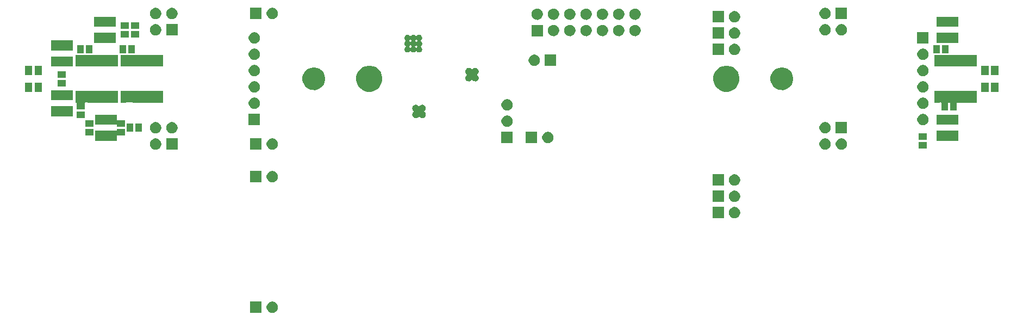
<source format=gbs>
G04 (created by PCBNEW (2013-07-07 BZR 4022)-stable) date 3/1/2014 3:20:10 PM*
%MOIN*%
G04 Gerber Fmt 3.4, Leading zero omitted, Abs format*
%FSLAX34Y34*%
G01*
G70*
G90*
G04 APERTURE LIST*
%ADD10C,0.00590551*%
G04 APERTURE END LIST*
G54D10*
G36*
X830Y14726D02*
X379Y14726D01*
X379Y15297D01*
X830Y15297D01*
X830Y14726D01*
X830Y14726D01*
G37*
G36*
X830Y13696D02*
X379Y13696D01*
X379Y14267D01*
X830Y14267D01*
X830Y13696D01*
X830Y13696D01*
G37*
G36*
X1430Y14726D02*
X979Y14726D01*
X979Y15297D01*
X1430Y15297D01*
X1430Y14726D01*
X1430Y14726D01*
G37*
G36*
X1430Y13696D02*
X979Y13696D01*
X979Y14267D01*
X1430Y14267D01*
X1430Y13696D01*
X1430Y13696D01*
G37*
G36*
X2898Y14566D02*
X2401Y14566D01*
X2401Y14968D01*
X2898Y14968D01*
X2898Y14566D01*
X2898Y14566D01*
G37*
G36*
X2898Y14031D02*
X2401Y14031D01*
X2401Y14433D01*
X2898Y14433D01*
X2898Y14031D01*
X2898Y14031D01*
G37*
G36*
X3311Y16235D02*
X1988Y16235D01*
X1988Y16849D01*
X3311Y16849D01*
X3311Y16235D01*
X3311Y16235D01*
G37*
G36*
X3311Y15250D02*
X1988Y15250D01*
X1988Y15864D01*
X3311Y15864D01*
X3311Y15250D01*
X3311Y15250D01*
G37*
G36*
X3311Y13185D02*
X1988Y13185D01*
X1988Y13799D01*
X3311Y13799D01*
X3311Y13185D01*
X3311Y13185D01*
G37*
G36*
X3311Y12200D02*
X1988Y12200D01*
X1988Y12814D01*
X3311Y12814D01*
X3311Y12200D01*
X3311Y12200D01*
G37*
G36*
X3983Y16051D02*
X3581Y16051D01*
X3581Y16548D01*
X3983Y16548D01*
X3983Y16051D01*
X3983Y16051D01*
G37*
G36*
X4048Y12081D02*
X3551Y12081D01*
X3551Y12483D01*
X4048Y12483D01*
X4048Y12081D01*
X4048Y12081D01*
G37*
G36*
X4518Y16051D02*
X4116Y16051D01*
X4116Y16548D01*
X4518Y16548D01*
X4518Y16051D01*
X4518Y16051D01*
G37*
G36*
X4598Y11566D02*
X4101Y11566D01*
X4101Y11968D01*
X4598Y11968D01*
X4598Y11566D01*
X4598Y11566D01*
G37*
G36*
X4598Y11031D02*
X4101Y11031D01*
X4101Y11433D01*
X4598Y11433D01*
X4598Y11031D01*
X4598Y11031D01*
G37*
G36*
X5961Y17685D02*
X4638Y17685D01*
X4638Y18299D01*
X5961Y18299D01*
X5961Y17685D01*
X5961Y17685D01*
G37*
G36*
X5961Y16700D02*
X4638Y16700D01*
X4638Y17314D01*
X5961Y17314D01*
X5961Y16700D01*
X5961Y16700D01*
G37*
G36*
X6105Y15241D02*
X5890Y15241D01*
X5876Y15241D01*
X5771Y15241D01*
X5757Y15241D01*
X5634Y15241D01*
X5620Y15241D01*
X5515Y15241D01*
X5501Y15241D01*
X5378Y15241D01*
X5364Y15241D01*
X5259Y15241D01*
X5245Y15241D01*
X5122Y15241D01*
X5108Y15241D01*
X5003Y15241D01*
X4989Y15241D01*
X4866Y15241D01*
X4852Y15241D01*
X4747Y15241D01*
X4733Y15241D01*
X4610Y15241D01*
X4596Y15241D01*
X4491Y15241D01*
X4477Y15241D01*
X4354Y15241D01*
X4340Y15241D01*
X4235Y15241D01*
X4221Y15241D01*
X4098Y15241D01*
X4084Y15241D01*
X3979Y15241D01*
X3965Y15241D01*
X3842Y15241D01*
X3828Y15241D01*
X3723Y15241D01*
X3709Y15241D01*
X3494Y15241D01*
X3494Y15962D01*
X3709Y15962D01*
X3723Y15962D01*
X3828Y15962D01*
X3842Y15962D01*
X3965Y15962D01*
X3979Y15962D01*
X4084Y15962D01*
X4098Y15962D01*
X4221Y15962D01*
X4235Y15962D01*
X4340Y15962D01*
X4354Y15962D01*
X4477Y15962D01*
X4491Y15962D01*
X4596Y15962D01*
X4610Y15962D01*
X4733Y15962D01*
X4747Y15962D01*
X4852Y15962D01*
X4866Y15962D01*
X4989Y15962D01*
X5003Y15962D01*
X5108Y15962D01*
X5122Y15962D01*
X5245Y15962D01*
X5259Y15962D01*
X5364Y15962D01*
X5378Y15962D01*
X5501Y15962D01*
X5515Y15962D01*
X5620Y15962D01*
X5634Y15962D01*
X5757Y15962D01*
X5771Y15962D01*
X5876Y15962D01*
X5890Y15962D01*
X6105Y15962D01*
X6105Y15241D01*
X6105Y15241D01*
G37*
G36*
X6105Y13037D02*
X5890Y13037D01*
X5876Y13037D01*
X5771Y13037D01*
X5757Y13037D01*
X5634Y13037D01*
X5620Y13037D01*
X5515Y13037D01*
X5501Y13037D01*
X5378Y13037D01*
X5364Y13037D01*
X5259Y13037D01*
X5245Y13037D01*
X5122Y13037D01*
X5108Y13037D01*
X5003Y13037D01*
X4989Y13037D01*
X4866Y13037D01*
X4852Y13037D01*
X4747Y13037D01*
X4733Y13037D01*
X4610Y13037D01*
X4596Y13037D01*
X4491Y13037D01*
X4477Y13037D01*
X4240Y13037D01*
X4235Y13039D01*
X4221Y13039D01*
X4102Y13039D01*
X4089Y13039D01*
X4088Y13039D01*
X4075Y13039D01*
X4063Y13034D01*
X4053Y13024D01*
X4048Y13012D01*
X4048Y12998D01*
X4048Y12616D01*
X3551Y12616D01*
X3551Y12996D01*
X3551Y13010D01*
X3546Y13022D01*
X3536Y13032D01*
X3524Y13037D01*
X3510Y13037D01*
X3494Y13037D01*
X3494Y13758D01*
X3713Y13758D01*
X3727Y13758D01*
X3732Y13760D01*
X3965Y13760D01*
X3979Y13760D01*
X4088Y13760D01*
X4102Y13760D01*
X4335Y13760D01*
X4340Y13758D01*
X4354Y13758D01*
X4477Y13758D01*
X4491Y13758D01*
X4596Y13758D01*
X4610Y13758D01*
X4733Y13758D01*
X4747Y13758D01*
X4852Y13758D01*
X4866Y13758D01*
X4989Y13758D01*
X5003Y13758D01*
X5108Y13758D01*
X5122Y13758D01*
X5245Y13758D01*
X5259Y13758D01*
X5364Y13758D01*
X5378Y13758D01*
X5501Y13758D01*
X5515Y13758D01*
X5620Y13758D01*
X5634Y13758D01*
X5757Y13758D01*
X5771Y13758D01*
X5876Y13758D01*
X5890Y13758D01*
X6105Y13758D01*
X6105Y13037D01*
X6105Y13037D01*
G37*
G36*
X6523Y11566D02*
X6026Y11566D01*
X6026Y11644D01*
X6026Y11657D01*
X6021Y11670D01*
X6011Y11680D01*
X5999Y11685D01*
X5985Y11685D01*
X4688Y11685D01*
X4688Y12299D01*
X6011Y12299D01*
X6011Y12009D01*
X6011Y11995D01*
X6016Y11983D01*
X6026Y11973D01*
X6038Y11968D01*
X6052Y11968D01*
X6523Y11968D01*
X6523Y11566D01*
X6523Y11566D01*
G37*
G36*
X6523Y11031D02*
X6052Y11031D01*
X6038Y11031D01*
X6026Y11026D01*
X6016Y11016D01*
X6011Y11004D01*
X6011Y10990D01*
X6011Y10700D01*
X4688Y10700D01*
X4688Y11314D01*
X5985Y11314D01*
X5999Y11314D01*
X6011Y11319D01*
X6021Y11329D01*
X6026Y11342D01*
X6026Y11355D01*
X6026Y11433D01*
X6523Y11433D01*
X6523Y11031D01*
X6523Y11031D01*
G37*
G36*
X6583Y16051D02*
X6181Y16051D01*
X6181Y16548D01*
X6583Y16548D01*
X6583Y16051D01*
X6583Y16051D01*
G37*
G36*
X6748Y17566D02*
X6251Y17566D01*
X6251Y17968D01*
X6748Y17968D01*
X6748Y17566D01*
X6748Y17566D01*
G37*
G36*
X6748Y17031D02*
X6251Y17031D01*
X6251Y17433D01*
X6748Y17433D01*
X6748Y17031D01*
X6748Y17031D01*
G37*
G36*
X7033Y11251D02*
X6631Y11251D01*
X6631Y11748D01*
X7033Y11748D01*
X7033Y11251D01*
X7033Y11251D01*
G37*
G36*
X7118Y16051D02*
X6716Y16051D01*
X6716Y16548D01*
X7118Y16548D01*
X7118Y16051D01*
X7118Y16051D01*
G37*
G36*
X7398Y17566D02*
X6901Y17566D01*
X6901Y17968D01*
X7398Y17968D01*
X7398Y17566D01*
X7398Y17566D01*
G37*
G36*
X7398Y17031D02*
X6901Y17031D01*
X6901Y17433D01*
X7398Y17433D01*
X7398Y17031D01*
X7398Y17031D01*
G37*
G36*
X7568Y11251D02*
X7166Y11251D01*
X7166Y11748D01*
X7568Y11748D01*
X7568Y11251D01*
X7568Y11251D01*
G37*
G36*
X8745Y18531D02*
X8744Y18458D01*
X8728Y18388D01*
X8702Y18330D01*
X8660Y18271D01*
X8615Y18228D01*
X8554Y18189D01*
X8495Y18166D01*
X8423Y18153D01*
X8361Y18155D01*
X8290Y18170D01*
X8233Y18195D01*
X8172Y18237D01*
X8129Y18282D01*
X8090Y18343D01*
X8067Y18401D01*
X8054Y18473D01*
X8054Y18535D01*
X8070Y18607D01*
X8094Y18664D01*
X8136Y18725D01*
X8180Y18768D01*
X8242Y18808D01*
X8299Y18831D01*
X8371Y18845D01*
X8433Y18845D01*
X8505Y18830D01*
X8562Y18806D01*
X8623Y18765D01*
X8666Y18721D01*
X8707Y18659D01*
X8731Y18603D01*
X8745Y18531D01*
X8745Y18531D01*
G37*
G36*
X8745Y17531D02*
X8744Y17458D01*
X8728Y17388D01*
X8702Y17330D01*
X8660Y17271D01*
X8615Y17228D01*
X8554Y17189D01*
X8495Y17166D01*
X8423Y17153D01*
X8361Y17155D01*
X8290Y17170D01*
X8233Y17195D01*
X8172Y17237D01*
X8129Y17282D01*
X8090Y17343D01*
X8067Y17401D01*
X8054Y17473D01*
X8054Y17535D01*
X8070Y17607D01*
X8094Y17664D01*
X8136Y17725D01*
X8180Y17768D01*
X8242Y17808D01*
X8299Y17831D01*
X8371Y17845D01*
X8433Y17845D01*
X8505Y17830D01*
X8562Y17806D01*
X8623Y17765D01*
X8666Y17721D01*
X8707Y17659D01*
X8731Y17603D01*
X8745Y17531D01*
X8745Y17531D01*
G37*
G36*
X8745Y11531D02*
X8744Y11458D01*
X8728Y11388D01*
X8702Y11330D01*
X8660Y11271D01*
X8615Y11228D01*
X8554Y11189D01*
X8495Y11166D01*
X8423Y11153D01*
X8361Y11155D01*
X8290Y11170D01*
X8233Y11195D01*
X8172Y11237D01*
X8129Y11282D01*
X8090Y11343D01*
X8067Y11401D01*
X8054Y11473D01*
X8054Y11535D01*
X8070Y11607D01*
X8094Y11664D01*
X8136Y11725D01*
X8180Y11768D01*
X8242Y11808D01*
X8299Y11831D01*
X8371Y11845D01*
X8433Y11845D01*
X8505Y11830D01*
X8562Y11806D01*
X8623Y11765D01*
X8666Y11721D01*
X8707Y11659D01*
X8731Y11603D01*
X8745Y11531D01*
X8745Y11531D01*
G37*
G36*
X8745Y10531D02*
X8744Y10458D01*
X8728Y10388D01*
X8702Y10330D01*
X8660Y10271D01*
X8615Y10228D01*
X8554Y10189D01*
X8495Y10166D01*
X8423Y10153D01*
X8361Y10155D01*
X8290Y10170D01*
X8233Y10195D01*
X8172Y10237D01*
X8129Y10282D01*
X8090Y10343D01*
X8067Y10401D01*
X8054Y10473D01*
X8054Y10535D01*
X8070Y10607D01*
X8094Y10664D01*
X8136Y10725D01*
X8180Y10768D01*
X8242Y10808D01*
X8299Y10831D01*
X8371Y10845D01*
X8433Y10845D01*
X8505Y10830D01*
X8562Y10806D01*
X8623Y10765D01*
X8666Y10721D01*
X8707Y10659D01*
X8731Y10603D01*
X8745Y10531D01*
X8745Y10531D01*
G37*
G36*
X8855Y15241D02*
X8640Y15241D01*
X8626Y15241D01*
X8521Y15241D01*
X8507Y15241D01*
X8384Y15241D01*
X8370Y15241D01*
X8265Y15241D01*
X8251Y15241D01*
X8128Y15241D01*
X8114Y15241D01*
X8009Y15241D01*
X7995Y15241D01*
X7872Y15241D01*
X7858Y15241D01*
X7753Y15241D01*
X7739Y15241D01*
X7616Y15241D01*
X7602Y15241D01*
X7497Y15241D01*
X7483Y15241D01*
X7360Y15241D01*
X7346Y15241D01*
X7241Y15241D01*
X7227Y15241D01*
X7104Y15241D01*
X7090Y15241D01*
X6985Y15241D01*
X6971Y15241D01*
X6848Y15241D01*
X6834Y15241D01*
X6729Y15241D01*
X6715Y15241D01*
X6592Y15241D01*
X6578Y15241D01*
X6473Y15241D01*
X6459Y15241D01*
X6244Y15241D01*
X6244Y15962D01*
X6459Y15962D01*
X6473Y15962D01*
X6578Y15962D01*
X6592Y15962D01*
X6715Y15962D01*
X6729Y15962D01*
X6834Y15962D01*
X6848Y15962D01*
X6971Y15962D01*
X6985Y15962D01*
X7090Y15962D01*
X7104Y15962D01*
X7227Y15962D01*
X7241Y15962D01*
X7346Y15962D01*
X7360Y15962D01*
X7483Y15962D01*
X7497Y15962D01*
X7602Y15962D01*
X7616Y15962D01*
X7739Y15962D01*
X7753Y15962D01*
X7858Y15962D01*
X7872Y15962D01*
X7995Y15962D01*
X8009Y15962D01*
X8114Y15962D01*
X8128Y15962D01*
X8251Y15962D01*
X8265Y15962D01*
X8370Y15962D01*
X8384Y15962D01*
X8507Y15962D01*
X8521Y15962D01*
X8626Y15962D01*
X8640Y15962D01*
X8855Y15962D01*
X8855Y15241D01*
X8855Y15241D01*
G37*
G36*
X8855Y13037D02*
X8640Y13037D01*
X8626Y13037D01*
X8521Y13037D01*
X8507Y13037D01*
X8384Y13037D01*
X8370Y13037D01*
X8265Y13037D01*
X8251Y13037D01*
X8128Y13037D01*
X8114Y13037D01*
X8009Y13037D01*
X7995Y13037D01*
X7872Y13037D01*
X7858Y13037D01*
X7753Y13037D01*
X7739Y13037D01*
X7616Y13037D01*
X7602Y13037D01*
X7497Y13037D01*
X7483Y13037D01*
X7360Y13037D01*
X7346Y13037D01*
X7241Y13037D01*
X7227Y13037D01*
X6990Y13037D01*
X6985Y13039D01*
X6971Y13039D01*
X6852Y13039D01*
X6838Y13039D01*
X6729Y13039D01*
X6715Y13039D01*
X6592Y13039D01*
X6578Y13039D01*
X6573Y13037D01*
X6244Y13037D01*
X6244Y13758D01*
X6463Y13758D01*
X6477Y13758D01*
X6482Y13760D01*
X6715Y13760D01*
X6729Y13760D01*
X6838Y13760D01*
X6852Y13760D01*
X7085Y13760D01*
X7090Y13758D01*
X7104Y13758D01*
X7227Y13758D01*
X7241Y13758D01*
X7346Y13758D01*
X7360Y13758D01*
X7483Y13758D01*
X7497Y13758D01*
X7602Y13758D01*
X7616Y13758D01*
X7739Y13758D01*
X7753Y13758D01*
X7858Y13758D01*
X7872Y13758D01*
X7995Y13758D01*
X8009Y13758D01*
X8114Y13758D01*
X8128Y13758D01*
X8251Y13758D01*
X8265Y13758D01*
X8370Y13758D01*
X8384Y13758D01*
X8507Y13758D01*
X8521Y13758D01*
X8626Y13758D01*
X8640Y13758D01*
X8855Y13758D01*
X8855Y13037D01*
X8855Y13037D01*
G37*
G36*
X9745Y18531D02*
X9744Y18458D01*
X9728Y18388D01*
X9702Y18330D01*
X9660Y18271D01*
X9615Y18228D01*
X9554Y18189D01*
X9495Y18166D01*
X9423Y18153D01*
X9361Y18155D01*
X9290Y18170D01*
X9233Y18195D01*
X9172Y18237D01*
X9129Y18282D01*
X9090Y18343D01*
X9067Y18401D01*
X9054Y18473D01*
X9054Y18535D01*
X9070Y18607D01*
X9094Y18664D01*
X9136Y18725D01*
X9180Y18768D01*
X9242Y18808D01*
X9299Y18831D01*
X9371Y18845D01*
X9433Y18845D01*
X9505Y18830D01*
X9562Y18806D01*
X9623Y18765D01*
X9666Y18721D01*
X9707Y18659D01*
X9731Y18603D01*
X9745Y18531D01*
X9745Y18531D01*
G37*
G36*
X9745Y11531D02*
X9744Y11458D01*
X9728Y11388D01*
X9702Y11330D01*
X9660Y11271D01*
X9615Y11228D01*
X9554Y11189D01*
X9495Y11166D01*
X9423Y11153D01*
X9361Y11155D01*
X9290Y11170D01*
X9233Y11195D01*
X9172Y11237D01*
X9129Y11282D01*
X9090Y11343D01*
X9067Y11401D01*
X9054Y11473D01*
X9054Y11535D01*
X9070Y11607D01*
X9094Y11664D01*
X9136Y11725D01*
X9180Y11768D01*
X9242Y11808D01*
X9299Y11831D01*
X9371Y11845D01*
X9433Y11845D01*
X9505Y11830D01*
X9562Y11806D01*
X9623Y11765D01*
X9666Y11721D01*
X9707Y11659D01*
X9731Y11603D01*
X9745Y11531D01*
X9745Y11531D01*
G37*
G36*
X9745Y17154D02*
X9054Y17154D01*
X9054Y17845D01*
X9745Y17845D01*
X9745Y17154D01*
X9745Y17154D01*
G37*
G36*
X9745Y10154D02*
X9054Y10154D01*
X9054Y10845D01*
X9745Y10845D01*
X9745Y10154D01*
X9745Y10154D01*
G37*
G36*
X14795Y17031D02*
X14794Y16958D01*
X14778Y16888D01*
X14752Y16830D01*
X14710Y16771D01*
X14665Y16728D01*
X14604Y16689D01*
X14545Y16666D01*
X14473Y16653D01*
X14411Y16655D01*
X14340Y16670D01*
X14283Y16695D01*
X14222Y16737D01*
X14179Y16782D01*
X14140Y16843D01*
X14117Y16901D01*
X14104Y16973D01*
X14104Y17035D01*
X14120Y17107D01*
X14144Y17164D01*
X14186Y17225D01*
X14230Y17268D01*
X14292Y17308D01*
X14349Y17331D01*
X14421Y17345D01*
X14483Y17345D01*
X14555Y17330D01*
X14612Y17306D01*
X14673Y17265D01*
X14716Y17221D01*
X14757Y17159D01*
X14781Y17103D01*
X14795Y17031D01*
X14795Y17031D01*
G37*
G36*
X14795Y16031D02*
X14794Y15958D01*
X14778Y15888D01*
X14752Y15830D01*
X14710Y15771D01*
X14665Y15728D01*
X14604Y15689D01*
X14545Y15666D01*
X14473Y15653D01*
X14411Y15655D01*
X14340Y15670D01*
X14283Y15695D01*
X14222Y15737D01*
X14179Y15782D01*
X14140Y15843D01*
X14117Y15901D01*
X14104Y15973D01*
X14104Y16035D01*
X14120Y16107D01*
X14144Y16164D01*
X14186Y16225D01*
X14230Y16268D01*
X14292Y16308D01*
X14349Y16331D01*
X14421Y16345D01*
X14483Y16345D01*
X14555Y16330D01*
X14612Y16306D01*
X14673Y16265D01*
X14716Y16221D01*
X14757Y16159D01*
X14781Y16103D01*
X14795Y16031D01*
X14795Y16031D01*
G37*
G36*
X14795Y15031D02*
X14794Y14958D01*
X14778Y14888D01*
X14752Y14830D01*
X14710Y14771D01*
X14665Y14728D01*
X14604Y14689D01*
X14545Y14666D01*
X14473Y14653D01*
X14411Y14655D01*
X14340Y14670D01*
X14283Y14695D01*
X14222Y14737D01*
X14179Y14782D01*
X14140Y14843D01*
X14117Y14901D01*
X14104Y14973D01*
X14104Y15035D01*
X14120Y15107D01*
X14144Y15164D01*
X14186Y15225D01*
X14230Y15268D01*
X14292Y15308D01*
X14349Y15331D01*
X14421Y15345D01*
X14483Y15345D01*
X14555Y15330D01*
X14612Y15306D01*
X14673Y15265D01*
X14716Y15221D01*
X14757Y15159D01*
X14781Y15103D01*
X14795Y15031D01*
X14795Y15031D01*
G37*
G36*
X14795Y14031D02*
X14794Y13958D01*
X14778Y13888D01*
X14752Y13830D01*
X14710Y13771D01*
X14665Y13728D01*
X14604Y13689D01*
X14545Y13666D01*
X14473Y13653D01*
X14411Y13655D01*
X14340Y13670D01*
X14283Y13695D01*
X14222Y13737D01*
X14179Y13782D01*
X14140Y13843D01*
X14117Y13901D01*
X14104Y13973D01*
X14104Y14035D01*
X14120Y14107D01*
X14144Y14164D01*
X14186Y14225D01*
X14230Y14268D01*
X14292Y14308D01*
X14349Y14331D01*
X14421Y14345D01*
X14483Y14345D01*
X14555Y14330D01*
X14612Y14306D01*
X14673Y14265D01*
X14716Y14221D01*
X14757Y14159D01*
X14781Y14103D01*
X14795Y14031D01*
X14795Y14031D01*
G37*
G36*
X14795Y13031D02*
X14794Y12958D01*
X14778Y12888D01*
X14752Y12830D01*
X14710Y12771D01*
X14665Y12728D01*
X14604Y12689D01*
X14545Y12666D01*
X14473Y12653D01*
X14411Y12655D01*
X14340Y12670D01*
X14283Y12695D01*
X14222Y12737D01*
X14179Y12782D01*
X14140Y12843D01*
X14117Y12901D01*
X14104Y12973D01*
X14104Y13035D01*
X14120Y13107D01*
X14144Y13164D01*
X14186Y13225D01*
X14230Y13268D01*
X14292Y13308D01*
X14349Y13331D01*
X14421Y13345D01*
X14483Y13345D01*
X14555Y13330D01*
X14612Y13306D01*
X14673Y13265D01*
X14716Y13221D01*
X14757Y13159D01*
X14781Y13103D01*
X14795Y13031D01*
X14795Y13031D01*
G37*
G36*
X14795Y11654D02*
X14104Y11654D01*
X14104Y12345D01*
X14795Y12345D01*
X14795Y11654D01*
X14795Y11654D01*
G37*
G36*
X14895Y18154D02*
X14204Y18154D01*
X14204Y18845D01*
X14895Y18845D01*
X14895Y18154D01*
X14895Y18154D01*
G37*
G36*
X14895Y10154D02*
X14204Y10154D01*
X14204Y10845D01*
X14895Y10845D01*
X14895Y10154D01*
X14895Y10154D01*
G37*
G36*
X14895Y8154D02*
X14204Y8154D01*
X14204Y8845D01*
X14895Y8845D01*
X14895Y8154D01*
X14895Y8154D01*
G37*
G36*
X14895Y154D02*
X14204Y154D01*
X14204Y845D01*
X14895Y845D01*
X14895Y154D01*
X14895Y154D01*
G37*
G36*
X15895Y18531D02*
X15894Y18458D01*
X15878Y18388D01*
X15852Y18330D01*
X15810Y18271D01*
X15765Y18228D01*
X15704Y18189D01*
X15645Y18166D01*
X15573Y18153D01*
X15511Y18155D01*
X15440Y18170D01*
X15383Y18195D01*
X15322Y18237D01*
X15279Y18282D01*
X15240Y18343D01*
X15217Y18401D01*
X15204Y18473D01*
X15204Y18535D01*
X15220Y18607D01*
X15244Y18664D01*
X15286Y18725D01*
X15330Y18768D01*
X15392Y18808D01*
X15449Y18831D01*
X15521Y18845D01*
X15583Y18845D01*
X15655Y18830D01*
X15712Y18806D01*
X15773Y18765D01*
X15816Y18721D01*
X15857Y18659D01*
X15881Y18603D01*
X15895Y18531D01*
X15895Y18531D01*
G37*
G36*
X15895Y10531D02*
X15894Y10458D01*
X15878Y10388D01*
X15852Y10330D01*
X15810Y10271D01*
X15765Y10228D01*
X15704Y10189D01*
X15645Y10166D01*
X15573Y10153D01*
X15511Y10155D01*
X15440Y10170D01*
X15383Y10195D01*
X15322Y10237D01*
X15279Y10282D01*
X15240Y10343D01*
X15217Y10401D01*
X15204Y10473D01*
X15204Y10535D01*
X15220Y10607D01*
X15244Y10664D01*
X15286Y10725D01*
X15330Y10768D01*
X15392Y10808D01*
X15449Y10831D01*
X15521Y10845D01*
X15583Y10845D01*
X15655Y10830D01*
X15712Y10806D01*
X15773Y10765D01*
X15816Y10721D01*
X15857Y10659D01*
X15881Y10603D01*
X15895Y10531D01*
X15895Y10531D01*
G37*
G36*
X15895Y8531D02*
X15894Y8458D01*
X15878Y8388D01*
X15852Y8330D01*
X15810Y8271D01*
X15765Y8228D01*
X15704Y8189D01*
X15645Y8166D01*
X15573Y8153D01*
X15511Y8155D01*
X15440Y8170D01*
X15383Y8195D01*
X15322Y8237D01*
X15279Y8282D01*
X15240Y8343D01*
X15217Y8401D01*
X15204Y8473D01*
X15204Y8535D01*
X15220Y8607D01*
X15244Y8664D01*
X15286Y8725D01*
X15330Y8768D01*
X15392Y8808D01*
X15449Y8831D01*
X15521Y8845D01*
X15583Y8845D01*
X15655Y8830D01*
X15712Y8806D01*
X15773Y8765D01*
X15816Y8721D01*
X15857Y8659D01*
X15881Y8603D01*
X15895Y8531D01*
X15895Y8531D01*
G37*
G36*
X15895Y531D02*
X15894Y458D01*
X15878Y388D01*
X15852Y330D01*
X15810Y271D01*
X15765Y228D01*
X15704Y189D01*
X15645Y166D01*
X15573Y153D01*
X15511Y155D01*
X15440Y170D01*
X15383Y195D01*
X15322Y237D01*
X15279Y282D01*
X15240Y343D01*
X15217Y401D01*
X15204Y473D01*
X15204Y535D01*
X15220Y607D01*
X15244Y664D01*
X15286Y725D01*
X15330Y768D01*
X15392Y808D01*
X15449Y831D01*
X15521Y845D01*
X15583Y845D01*
X15655Y830D01*
X15712Y806D01*
X15773Y765D01*
X15816Y721D01*
X15857Y659D01*
X15881Y603D01*
X15895Y531D01*
X15895Y531D01*
G37*
G36*
X18795Y14565D02*
X18793Y14414D01*
X18762Y14277D01*
X18708Y14157D01*
X18627Y14041D01*
X18532Y13951D01*
X18412Y13875D01*
X18290Y13827D01*
X18150Y13803D01*
X18019Y13805D01*
X17881Y13836D01*
X17761Y13888D01*
X17645Y13969D01*
X17554Y14063D01*
X17477Y14183D01*
X17429Y14304D01*
X17403Y14444D01*
X17405Y14574D01*
X17434Y14714D01*
X17486Y14833D01*
X17566Y14951D01*
X17659Y15042D01*
X17779Y15120D01*
X17899Y15169D01*
X18039Y15196D01*
X18169Y15195D01*
X18309Y15166D01*
X18429Y15116D01*
X18547Y15036D01*
X18639Y14944D01*
X18718Y14825D01*
X18767Y14705D01*
X18795Y14565D01*
X18795Y14565D01*
G37*
G36*
X22300Y14575D02*
X22298Y14401D01*
X22262Y14243D01*
X22200Y14105D01*
X22107Y13972D01*
X21997Y13867D01*
X21860Y13781D01*
X21718Y13726D01*
X21558Y13698D01*
X21407Y13701D01*
X21248Y13736D01*
X21110Y13796D01*
X20976Y13889D01*
X20871Y13998D01*
X20783Y14134D01*
X20727Y14275D01*
X20698Y14435D01*
X20700Y14586D01*
X20734Y14746D01*
X20793Y14884D01*
X20885Y15019D01*
X20993Y15124D01*
X21130Y15214D01*
X21269Y15270D01*
X21430Y15301D01*
X21580Y15300D01*
X21740Y15267D01*
X21879Y15208D01*
X22015Y15117D01*
X22121Y15010D01*
X22211Y14874D01*
X22268Y14735D01*
X22300Y14575D01*
X22300Y14575D01*
G37*
G36*
X24742Y16311D02*
X24742Y16274D01*
X24733Y16233D01*
X24720Y16204D01*
X24695Y16170D01*
X24672Y16148D01*
X24637Y16125D01*
X24607Y16114D01*
X24566Y16106D01*
X24534Y16107D01*
X24493Y16116D01*
X24464Y16129D01*
X24452Y16137D01*
X24452Y16466D01*
X24452Y16479D01*
X24452Y16820D01*
X24452Y16834D01*
X24447Y16846D01*
X24437Y16856D01*
X24429Y16862D01*
X24407Y16884D01*
X24405Y16887D01*
X24396Y16897D01*
X24383Y16902D01*
X24369Y16902D01*
X24357Y16897D01*
X24347Y16887D01*
X24341Y16878D01*
X24318Y16856D01*
X24317Y16855D01*
X24307Y16846D01*
X24302Y16833D01*
X24302Y16820D01*
X24307Y16807D01*
X24317Y16797D01*
X24323Y16793D01*
X24344Y16772D01*
X24348Y16766D01*
X24357Y16757D01*
X24370Y16752D01*
X24384Y16752D01*
X24396Y16757D01*
X24406Y16766D01*
X24411Y16774D01*
X24433Y16795D01*
X24437Y16798D01*
X24447Y16807D01*
X24452Y16820D01*
X24452Y16479D01*
X24447Y16492D01*
X24437Y16502D01*
X24429Y16507D01*
X24407Y16530D01*
X24405Y16533D01*
X24396Y16542D01*
X24383Y16547D01*
X24369Y16547D01*
X24357Y16542D01*
X24347Y16533D01*
X24341Y16524D01*
X24318Y16502D01*
X24317Y16501D01*
X24307Y16491D01*
X24302Y16479D01*
X24302Y16465D01*
X24307Y16453D01*
X24317Y16443D01*
X24323Y16439D01*
X24344Y16417D01*
X24348Y16412D01*
X24357Y16402D01*
X24370Y16397D01*
X24384Y16397D01*
X24396Y16402D01*
X24406Y16412D01*
X24411Y16419D01*
X24433Y16441D01*
X24437Y16443D01*
X24447Y16453D01*
X24452Y16466D01*
X24452Y16137D01*
X24437Y16147D01*
X24429Y16153D01*
X24407Y16175D01*
X24405Y16178D01*
X24396Y16188D01*
X24383Y16193D01*
X24369Y16193D01*
X24357Y16188D01*
X24347Y16178D01*
X24341Y16170D01*
X24318Y16148D01*
X24282Y16125D01*
X24253Y16114D01*
X24211Y16106D01*
X24180Y16107D01*
X24138Y16116D01*
X24110Y16129D01*
X24097Y16137D01*
X24097Y16466D01*
X24097Y16479D01*
X24097Y16820D01*
X24097Y16834D01*
X24092Y16846D01*
X24083Y16856D01*
X24075Y16862D01*
X24053Y16884D01*
X24051Y16887D01*
X24041Y16897D01*
X24029Y16902D01*
X24015Y16902D01*
X24003Y16897D01*
X23993Y16887D01*
X23987Y16878D01*
X23964Y16856D01*
X23963Y16855D01*
X23953Y16846D01*
X23948Y16833D01*
X23948Y16820D01*
X23953Y16807D01*
X23963Y16797D01*
X23968Y16793D01*
X23990Y16772D01*
X23993Y16766D01*
X24003Y16757D01*
X24016Y16752D01*
X24029Y16752D01*
X24042Y16757D01*
X24052Y16766D01*
X24056Y16774D01*
X24078Y16795D01*
X24083Y16798D01*
X24092Y16807D01*
X24097Y16820D01*
X24097Y16479D01*
X24092Y16492D01*
X24083Y16502D01*
X24075Y16507D01*
X24053Y16530D01*
X24051Y16533D01*
X24041Y16542D01*
X24029Y16547D01*
X24015Y16547D01*
X24003Y16542D01*
X23993Y16533D01*
X23987Y16524D01*
X23964Y16502D01*
X23963Y16501D01*
X23953Y16491D01*
X23948Y16479D01*
X23948Y16465D01*
X23953Y16453D01*
X23963Y16443D01*
X23968Y16439D01*
X23990Y16417D01*
X23993Y16412D01*
X24003Y16402D01*
X24016Y16397D01*
X24029Y16397D01*
X24042Y16402D01*
X24052Y16412D01*
X24056Y16419D01*
X24078Y16441D01*
X24083Y16443D01*
X24092Y16453D01*
X24097Y16466D01*
X24097Y16137D01*
X24083Y16147D01*
X24075Y16153D01*
X24053Y16175D01*
X24051Y16178D01*
X24041Y16188D01*
X24029Y16193D01*
X24015Y16193D01*
X24003Y16188D01*
X23993Y16178D01*
X23987Y16170D01*
X23964Y16148D01*
X23928Y16125D01*
X23899Y16114D01*
X23857Y16106D01*
X23825Y16107D01*
X23784Y16116D01*
X23755Y16129D01*
X23720Y16153D01*
X23699Y16175D01*
X23675Y16211D01*
X23664Y16240D01*
X23656Y16282D01*
X23657Y16313D01*
X23666Y16355D01*
X23678Y16384D01*
X23702Y16419D01*
X23724Y16441D01*
X23728Y16443D01*
X23738Y16453D01*
X23743Y16466D01*
X23743Y16479D01*
X23738Y16492D01*
X23728Y16502D01*
X23720Y16507D01*
X23699Y16530D01*
X23675Y16566D01*
X23664Y16595D01*
X23656Y16637D01*
X23657Y16668D01*
X23666Y16710D01*
X23678Y16738D01*
X23702Y16774D01*
X23724Y16795D01*
X23728Y16798D01*
X23738Y16807D01*
X23743Y16820D01*
X23743Y16834D01*
X23738Y16846D01*
X23728Y16856D01*
X23720Y16862D01*
X23699Y16884D01*
X23675Y16920D01*
X23664Y16949D01*
X23656Y16991D01*
X23657Y17022D01*
X23666Y17064D01*
X23678Y17092D01*
X23702Y17128D01*
X23724Y17149D01*
X23760Y17173D01*
X23789Y17185D01*
X23831Y17193D01*
X23862Y17192D01*
X23904Y17184D01*
X23932Y17172D01*
X23968Y17148D01*
X23990Y17126D01*
X23993Y17121D01*
X24003Y17111D01*
X24016Y17106D01*
X24029Y17106D01*
X24042Y17111D01*
X24052Y17121D01*
X24056Y17128D01*
X24078Y17149D01*
X24115Y17173D01*
X24143Y17185D01*
X24186Y17193D01*
X24216Y17192D01*
X24259Y17184D01*
X24287Y17172D01*
X24323Y17148D01*
X24344Y17126D01*
X24348Y17121D01*
X24357Y17111D01*
X24370Y17106D01*
X24384Y17106D01*
X24396Y17111D01*
X24406Y17121D01*
X24411Y17128D01*
X24433Y17149D01*
X24469Y17173D01*
X24497Y17185D01*
X24540Y17193D01*
X24570Y17192D01*
X24613Y17184D01*
X24641Y17172D01*
X24677Y17148D01*
X24698Y17126D01*
X24723Y17090D01*
X24734Y17062D01*
X24742Y17020D01*
X24742Y16983D01*
X24733Y16942D01*
X24720Y16913D01*
X24695Y16878D01*
X24672Y16856D01*
X24671Y16855D01*
X24662Y16846D01*
X24656Y16833D01*
X24656Y16820D01*
X24662Y16807D01*
X24671Y16797D01*
X24677Y16793D01*
X24698Y16772D01*
X24723Y16735D01*
X24734Y16707D01*
X24742Y16665D01*
X24742Y16628D01*
X24733Y16587D01*
X24720Y16558D01*
X24695Y16524D01*
X24672Y16502D01*
X24671Y16501D01*
X24662Y16491D01*
X24656Y16479D01*
X24656Y16465D01*
X24662Y16453D01*
X24671Y16443D01*
X24677Y16439D01*
X24698Y16417D01*
X24723Y16381D01*
X24734Y16353D01*
X24742Y16311D01*
X24742Y16311D01*
G37*
G36*
X24962Y12321D02*
X24961Y12278D01*
X24951Y12232D01*
X24936Y12198D01*
X24908Y12159D01*
X24882Y12134D01*
X24842Y12108D01*
X24807Y12095D01*
X24760Y12087D01*
X24723Y12088D01*
X24677Y12098D01*
X24643Y12112D01*
X24604Y12140D01*
X24579Y12166D01*
X24578Y12167D01*
X24568Y12176D01*
X24556Y12182D01*
X24542Y12182D01*
X24530Y12176D01*
X24520Y12167D01*
X24515Y12159D01*
X24488Y12134D01*
X24448Y12108D01*
X24413Y12095D01*
X24367Y12087D01*
X24330Y12088D01*
X24283Y12098D01*
X24250Y12112D01*
X24210Y12140D01*
X24185Y12166D01*
X24159Y12206D01*
X24145Y12240D01*
X24137Y12287D01*
X24137Y12324D01*
X24147Y12371D01*
X24162Y12404D01*
X24189Y12444D01*
X24215Y12469D01*
X24217Y12471D01*
X24226Y12480D01*
X24232Y12493D01*
X24232Y12507D01*
X24226Y12519D01*
X24217Y12529D01*
X24210Y12533D01*
X24185Y12560D01*
X24159Y12600D01*
X24145Y12634D01*
X24137Y12681D01*
X24137Y12718D01*
X24147Y12765D01*
X24162Y12798D01*
X24189Y12838D01*
X24215Y12863D01*
X24255Y12890D01*
X24289Y12903D01*
X24336Y12912D01*
X24372Y12912D01*
X24420Y12902D01*
X24453Y12888D01*
X24493Y12861D01*
X24518Y12836D01*
X24521Y12832D01*
X24530Y12823D01*
X24543Y12817D01*
X24556Y12817D01*
X24569Y12823D01*
X24579Y12832D01*
X24583Y12838D01*
X24608Y12863D01*
X24649Y12890D01*
X24682Y12903D01*
X24730Y12912D01*
X24766Y12912D01*
X24813Y12902D01*
X24846Y12888D01*
X24887Y12861D01*
X24912Y12836D01*
X24939Y12795D01*
X24953Y12762D01*
X24962Y12715D01*
X24961Y12672D01*
X24951Y12626D01*
X24936Y12592D01*
X24908Y12553D01*
X24882Y12528D01*
X24873Y12519D01*
X24868Y12506D01*
X24868Y12492D01*
X24873Y12480D01*
X24882Y12470D01*
X24887Y12467D01*
X24912Y12442D01*
X24939Y12401D01*
X24953Y12368D01*
X24962Y12321D01*
X24962Y12321D01*
G37*
G36*
X28212Y14571D02*
X28211Y14528D01*
X28201Y14482D01*
X28186Y14448D01*
X28158Y14409D01*
X28132Y14384D01*
X28092Y14358D01*
X28057Y14345D01*
X28010Y14337D01*
X27973Y14338D01*
X27927Y14348D01*
X27893Y14362D01*
X27854Y14390D01*
X27829Y14416D01*
X27828Y14417D01*
X27818Y14426D01*
X27806Y14432D01*
X27792Y14432D01*
X27780Y14426D01*
X27770Y14417D01*
X27765Y14409D01*
X27738Y14384D01*
X27698Y14358D01*
X27663Y14345D01*
X27617Y14337D01*
X27580Y14338D01*
X27533Y14348D01*
X27500Y14362D01*
X27460Y14390D01*
X27435Y14416D01*
X27409Y14456D01*
X27395Y14490D01*
X27387Y14537D01*
X27387Y14574D01*
X27397Y14621D01*
X27412Y14654D01*
X27439Y14694D01*
X27465Y14719D01*
X27467Y14721D01*
X27476Y14730D01*
X27482Y14743D01*
X27482Y14757D01*
X27476Y14769D01*
X27467Y14779D01*
X27460Y14783D01*
X27435Y14810D01*
X27409Y14850D01*
X27395Y14884D01*
X27387Y14931D01*
X27387Y14968D01*
X27397Y15015D01*
X27412Y15048D01*
X27439Y15088D01*
X27465Y15113D01*
X27505Y15140D01*
X27539Y15153D01*
X27586Y15162D01*
X27622Y15162D01*
X27670Y15152D01*
X27703Y15138D01*
X27743Y15111D01*
X27768Y15086D01*
X27771Y15082D01*
X27780Y15073D01*
X27793Y15067D01*
X27806Y15067D01*
X27819Y15073D01*
X27829Y15082D01*
X27833Y15088D01*
X27858Y15113D01*
X27899Y15140D01*
X27932Y15153D01*
X27980Y15162D01*
X28016Y15162D01*
X28063Y15152D01*
X28096Y15138D01*
X28137Y15111D01*
X28162Y15086D01*
X28189Y15045D01*
X28203Y15012D01*
X28212Y14965D01*
X28211Y14922D01*
X28201Y14876D01*
X28186Y14842D01*
X28158Y14803D01*
X28132Y14778D01*
X28123Y14769D01*
X28118Y14756D01*
X28118Y14742D01*
X28123Y14730D01*
X28132Y14720D01*
X28137Y14717D01*
X28162Y14692D01*
X28189Y14651D01*
X28203Y14618D01*
X28212Y14571D01*
X28212Y14571D01*
G37*
G36*
X30295Y12931D02*
X30294Y12858D01*
X30278Y12788D01*
X30252Y12730D01*
X30210Y12671D01*
X30165Y12628D01*
X30104Y12589D01*
X30045Y12566D01*
X29973Y12553D01*
X29911Y12555D01*
X29840Y12570D01*
X29783Y12595D01*
X29722Y12637D01*
X29679Y12682D01*
X29640Y12743D01*
X29617Y12801D01*
X29604Y12873D01*
X29604Y12935D01*
X29620Y13007D01*
X29644Y13064D01*
X29686Y13125D01*
X29730Y13168D01*
X29792Y13208D01*
X29849Y13231D01*
X29921Y13245D01*
X29983Y13245D01*
X30055Y13230D01*
X30112Y13206D01*
X30173Y13165D01*
X30216Y13121D01*
X30257Y13059D01*
X30281Y13003D01*
X30295Y12931D01*
X30295Y12931D01*
G37*
G36*
X30295Y11931D02*
X30294Y11858D01*
X30278Y11788D01*
X30252Y11730D01*
X30210Y11671D01*
X30165Y11628D01*
X30104Y11589D01*
X30045Y11566D01*
X29973Y11553D01*
X29911Y11555D01*
X29840Y11570D01*
X29783Y11595D01*
X29722Y11637D01*
X29679Y11682D01*
X29640Y11743D01*
X29617Y11801D01*
X29604Y11873D01*
X29604Y11935D01*
X29620Y12007D01*
X29644Y12064D01*
X29686Y12125D01*
X29730Y12168D01*
X29792Y12208D01*
X29849Y12231D01*
X29921Y12245D01*
X29983Y12245D01*
X30055Y12230D01*
X30112Y12206D01*
X30173Y12165D01*
X30216Y12121D01*
X30257Y12059D01*
X30281Y12003D01*
X30295Y11931D01*
X30295Y11931D01*
G37*
G36*
X30295Y10554D02*
X29604Y10554D01*
X29604Y11245D01*
X30295Y11245D01*
X30295Y10554D01*
X30295Y10554D01*
G37*
G36*
X31795Y10554D02*
X31104Y10554D01*
X31104Y11245D01*
X31795Y11245D01*
X31795Y10554D01*
X31795Y10554D01*
G37*
G36*
X31961Y15659D02*
X31960Y15587D01*
X31944Y15516D01*
X31919Y15459D01*
X31877Y15399D01*
X31831Y15356D01*
X31770Y15317D01*
X31711Y15294D01*
X31640Y15282D01*
X31577Y15283D01*
X31506Y15299D01*
X31449Y15324D01*
X31389Y15365D01*
X31345Y15410D01*
X31306Y15472D01*
X31283Y15529D01*
X31270Y15602D01*
X31271Y15664D01*
X31286Y15736D01*
X31310Y15792D01*
X31352Y15853D01*
X31396Y15896D01*
X31458Y15937D01*
X31515Y15960D01*
X31587Y15974D01*
X31649Y15973D01*
X31721Y15958D01*
X31778Y15935D01*
X31839Y15893D01*
X31882Y15850D01*
X31924Y15788D01*
X31947Y15731D01*
X31961Y15659D01*
X31961Y15659D01*
G37*
G36*
X32145Y18481D02*
X32144Y18408D01*
X32128Y18338D01*
X32102Y18280D01*
X32060Y18221D01*
X32015Y18178D01*
X31954Y18139D01*
X31895Y18116D01*
X31823Y18103D01*
X31761Y18105D01*
X31690Y18120D01*
X31633Y18145D01*
X31572Y18187D01*
X31529Y18232D01*
X31490Y18293D01*
X31467Y18351D01*
X31454Y18423D01*
X31454Y18485D01*
X31470Y18557D01*
X31494Y18614D01*
X31536Y18675D01*
X31580Y18718D01*
X31642Y18758D01*
X31699Y18781D01*
X31771Y18795D01*
X31833Y18795D01*
X31905Y18780D01*
X31962Y18756D01*
X32023Y18715D01*
X32066Y18671D01*
X32107Y18609D01*
X32131Y18553D01*
X32145Y18481D01*
X32145Y18481D01*
G37*
G36*
X32145Y17104D02*
X31454Y17104D01*
X31454Y17795D01*
X32145Y17795D01*
X32145Y17104D01*
X32145Y17104D01*
G37*
G36*
X32795Y10931D02*
X32794Y10858D01*
X32778Y10788D01*
X32752Y10730D01*
X32710Y10671D01*
X32665Y10628D01*
X32604Y10589D01*
X32545Y10566D01*
X32473Y10553D01*
X32411Y10555D01*
X32340Y10570D01*
X32283Y10595D01*
X32222Y10637D01*
X32179Y10682D01*
X32140Y10743D01*
X32117Y10801D01*
X32104Y10873D01*
X32104Y10935D01*
X32120Y11007D01*
X32144Y11064D01*
X32186Y11125D01*
X32230Y11168D01*
X32292Y11208D01*
X32349Y11231D01*
X32421Y11245D01*
X32483Y11245D01*
X32555Y11230D01*
X32612Y11206D01*
X32673Y11165D01*
X32716Y11121D01*
X32757Y11059D01*
X32781Y11003D01*
X32795Y10931D01*
X32795Y10931D01*
G37*
G36*
X32961Y15282D02*
X32270Y15282D01*
X32270Y15974D01*
X32961Y15974D01*
X32961Y15282D01*
X32961Y15282D01*
G37*
G36*
X33145Y18481D02*
X33144Y18408D01*
X33128Y18338D01*
X33102Y18280D01*
X33060Y18221D01*
X33015Y18178D01*
X32954Y18139D01*
X32895Y18116D01*
X32823Y18103D01*
X32761Y18105D01*
X32690Y18120D01*
X32633Y18145D01*
X32572Y18187D01*
X32529Y18232D01*
X32490Y18293D01*
X32467Y18351D01*
X32454Y18423D01*
X32454Y18485D01*
X32470Y18557D01*
X32494Y18614D01*
X32536Y18675D01*
X32580Y18718D01*
X32642Y18758D01*
X32699Y18781D01*
X32771Y18795D01*
X32833Y18795D01*
X32905Y18780D01*
X32962Y18756D01*
X33023Y18715D01*
X33066Y18671D01*
X33107Y18609D01*
X33131Y18553D01*
X33145Y18481D01*
X33145Y18481D01*
G37*
G36*
X33145Y17481D02*
X33144Y17408D01*
X33128Y17338D01*
X33102Y17280D01*
X33060Y17221D01*
X33015Y17178D01*
X32954Y17139D01*
X32895Y17116D01*
X32823Y17103D01*
X32761Y17105D01*
X32690Y17120D01*
X32633Y17145D01*
X32572Y17187D01*
X32529Y17232D01*
X32490Y17293D01*
X32467Y17351D01*
X32454Y17423D01*
X32454Y17485D01*
X32470Y17557D01*
X32494Y17614D01*
X32536Y17675D01*
X32580Y17718D01*
X32642Y17758D01*
X32699Y17781D01*
X32771Y17795D01*
X32833Y17795D01*
X32905Y17780D01*
X32962Y17756D01*
X33023Y17715D01*
X33066Y17671D01*
X33107Y17609D01*
X33131Y17553D01*
X33145Y17481D01*
X33145Y17481D01*
G37*
G36*
X34145Y18481D02*
X34144Y18408D01*
X34128Y18338D01*
X34102Y18280D01*
X34060Y18221D01*
X34015Y18178D01*
X33954Y18139D01*
X33895Y18116D01*
X33823Y18103D01*
X33761Y18105D01*
X33690Y18120D01*
X33633Y18145D01*
X33572Y18187D01*
X33529Y18232D01*
X33490Y18293D01*
X33467Y18351D01*
X33454Y18423D01*
X33454Y18485D01*
X33470Y18557D01*
X33494Y18614D01*
X33536Y18675D01*
X33580Y18718D01*
X33642Y18758D01*
X33699Y18781D01*
X33771Y18795D01*
X33833Y18795D01*
X33905Y18780D01*
X33962Y18756D01*
X34023Y18715D01*
X34066Y18671D01*
X34107Y18609D01*
X34131Y18553D01*
X34145Y18481D01*
X34145Y18481D01*
G37*
G36*
X34145Y17481D02*
X34144Y17408D01*
X34128Y17338D01*
X34102Y17280D01*
X34060Y17221D01*
X34015Y17178D01*
X33954Y17139D01*
X33895Y17116D01*
X33823Y17103D01*
X33761Y17105D01*
X33690Y17120D01*
X33633Y17145D01*
X33572Y17187D01*
X33529Y17232D01*
X33490Y17293D01*
X33467Y17351D01*
X33454Y17423D01*
X33454Y17485D01*
X33470Y17557D01*
X33494Y17614D01*
X33536Y17675D01*
X33580Y17718D01*
X33642Y17758D01*
X33699Y17781D01*
X33771Y17795D01*
X33833Y17795D01*
X33905Y17780D01*
X33962Y17756D01*
X34023Y17715D01*
X34066Y17671D01*
X34107Y17609D01*
X34131Y17553D01*
X34145Y17481D01*
X34145Y17481D01*
G37*
G36*
X35145Y18481D02*
X35144Y18408D01*
X35128Y18338D01*
X35102Y18280D01*
X35060Y18221D01*
X35015Y18178D01*
X34954Y18139D01*
X34895Y18116D01*
X34823Y18103D01*
X34761Y18105D01*
X34690Y18120D01*
X34633Y18145D01*
X34572Y18187D01*
X34529Y18232D01*
X34490Y18293D01*
X34467Y18351D01*
X34454Y18423D01*
X34454Y18485D01*
X34470Y18557D01*
X34494Y18614D01*
X34536Y18675D01*
X34580Y18718D01*
X34642Y18758D01*
X34699Y18781D01*
X34771Y18795D01*
X34833Y18795D01*
X34905Y18780D01*
X34962Y18756D01*
X35023Y18715D01*
X35066Y18671D01*
X35107Y18609D01*
X35131Y18553D01*
X35145Y18481D01*
X35145Y18481D01*
G37*
G36*
X35145Y17481D02*
X35144Y17408D01*
X35128Y17338D01*
X35102Y17280D01*
X35060Y17221D01*
X35015Y17178D01*
X34954Y17139D01*
X34895Y17116D01*
X34823Y17103D01*
X34761Y17105D01*
X34690Y17120D01*
X34633Y17145D01*
X34572Y17187D01*
X34529Y17232D01*
X34490Y17293D01*
X34467Y17351D01*
X34454Y17423D01*
X34454Y17485D01*
X34470Y17557D01*
X34494Y17614D01*
X34536Y17675D01*
X34580Y17718D01*
X34642Y17758D01*
X34699Y17781D01*
X34771Y17795D01*
X34833Y17795D01*
X34905Y17780D01*
X34962Y17756D01*
X35023Y17715D01*
X35066Y17671D01*
X35107Y17609D01*
X35131Y17553D01*
X35145Y17481D01*
X35145Y17481D01*
G37*
G36*
X36145Y18481D02*
X36144Y18408D01*
X36128Y18338D01*
X36102Y18280D01*
X36060Y18221D01*
X36015Y18178D01*
X35954Y18139D01*
X35895Y18116D01*
X35823Y18103D01*
X35761Y18105D01*
X35690Y18120D01*
X35633Y18145D01*
X35572Y18187D01*
X35529Y18232D01*
X35490Y18293D01*
X35467Y18351D01*
X35454Y18423D01*
X35454Y18485D01*
X35470Y18557D01*
X35494Y18614D01*
X35536Y18675D01*
X35580Y18718D01*
X35642Y18758D01*
X35699Y18781D01*
X35771Y18795D01*
X35833Y18795D01*
X35905Y18780D01*
X35962Y18756D01*
X36023Y18715D01*
X36066Y18671D01*
X36107Y18609D01*
X36131Y18553D01*
X36145Y18481D01*
X36145Y18481D01*
G37*
G36*
X36145Y17481D02*
X36144Y17408D01*
X36128Y17338D01*
X36102Y17280D01*
X36060Y17221D01*
X36015Y17178D01*
X35954Y17139D01*
X35895Y17116D01*
X35823Y17103D01*
X35761Y17105D01*
X35690Y17120D01*
X35633Y17145D01*
X35572Y17187D01*
X35529Y17232D01*
X35490Y17293D01*
X35467Y17351D01*
X35454Y17423D01*
X35454Y17485D01*
X35470Y17557D01*
X35494Y17614D01*
X35536Y17675D01*
X35580Y17718D01*
X35642Y17758D01*
X35699Y17781D01*
X35771Y17795D01*
X35833Y17795D01*
X35905Y17780D01*
X35962Y17756D01*
X36023Y17715D01*
X36066Y17671D01*
X36107Y17609D01*
X36131Y17553D01*
X36145Y17481D01*
X36145Y17481D01*
G37*
G36*
X37145Y18481D02*
X37144Y18408D01*
X37128Y18338D01*
X37102Y18280D01*
X37060Y18221D01*
X37015Y18178D01*
X36954Y18139D01*
X36895Y18116D01*
X36823Y18103D01*
X36761Y18105D01*
X36690Y18120D01*
X36633Y18145D01*
X36572Y18187D01*
X36529Y18232D01*
X36490Y18293D01*
X36467Y18351D01*
X36454Y18423D01*
X36454Y18485D01*
X36470Y18557D01*
X36494Y18614D01*
X36536Y18675D01*
X36580Y18718D01*
X36642Y18758D01*
X36699Y18781D01*
X36771Y18795D01*
X36833Y18795D01*
X36905Y18780D01*
X36962Y18756D01*
X37023Y18715D01*
X37066Y18671D01*
X37107Y18609D01*
X37131Y18553D01*
X37145Y18481D01*
X37145Y18481D01*
G37*
G36*
X37145Y17481D02*
X37144Y17408D01*
X37128Y17338D01*
X37102Y17280D01*
X37060Y17221D01*
X37015Y17178D01*
X36954Y17139D01*
X36895Y17116D01*
X36823Y17103D01*
X36761Y17105D01*
X36690Y17120D01*
X36633Y17145D01*
X36572Y17187D01*
X36529Y17232D01*
X36490Y17293D01*
X36467Y17351D01*
X36454Y17423D01*
X36454Y17485D01*
X36470Y17557D01*
X36494Y17614D01*
X36536Y17675D01*
X36580Y17718D01*
X36642Y17758D01*
X36699Y17781D01*
X36771Y17795D01*
X36833Y17795D01*
X36905Y17780D01*
X36962Y17756D01*
X37023Y17715D01*
X37066Y17671D01*
X37107Y17609D01*
X37131Y17553D01*
X37145Y17481D01*
X37145Y17481D01*
G37*
G36*
X38145Y18481D02*
X38144Y18408D01*
X38128Y18338D01*
X38102Y18280D01*
X38060Y18221D01*
X38015Y18178D01*
X37954Y18139D01*
X37895Y18116D01*
X37823Y18103D01*
X37761Y18105D01*
X37690Y18120D01*
X37633Y18145D01*
X37572Y18187D01*
X37529Y18232D01*
X37490Y18293D01*
X37467Y18351D01*
X37454Y18423D01*
X37454Y18485D01*
X37470Y18557D01*
X37494Y18614D01*
X37536Y18675D01*
X37580Y18718D01*
X37642Y18758D01*
X37699Y18781D01*
X37771Y18795D01*
X37833Y18795D01*
X37905Y18780D01*
X37962Y18756D01*
X38023Y18715D01*
X38066Y18671D01*
X38107Y18609D01*
X38131Y18553D01*
X38145Y18481D01*
X38145Y18481D01*
G37*
G36*
X38145Y17481D02*
X38144Y17408D01*
X38128Y17338D01*
X38102Y17280D01*
X38060Y17221D01*
X38015Y17178D01*
X37954Y17139D01*
X37895Y17116D01*
X37823Y17103D01*
X37761Y17105D01*
X37690Y17120D01*
X37633Y17145D01*
X37572Y17187D01*
X37529Y17232D01*
X37490Y17293D01*
X37467Y17351D01*
X37454Y17423D01*
X37454Y17485D01*
X37470Y17557D01*
X37494Y17614D01*
X37536Y17675D01*
X37580Y17718D01*
X37642Y17758D01*
X37699Y17781D01*
X37771Y17795D01*
X37833Y17795D01*
X37905Y17780D01*
X37962Y17756D01*
X38023Y17715D01*
X38066Y17671D01*
X38107Y17609D01*
X38131Y17553D01*
X38145Y17481D01*
X38145Y17481D01*
G37*
G36*
X43245Y17954D02*
X42554Y17954D01*
X42554Y18645D01*
X43245Y18645D01*
X43245Y17954D01*
X43245Y17954D01*
G37*
G36*
X43245Y16954D02*
X42554Y16954D01*
X42554Y17645D01*
X43245Y17645D01*
X43245Y16954D01*
X43245Y16954D01*
G37*
G36*
X43245Y15954D02*
X42554Y15954D01*
X42554Y16645D01*
X43245Y16645D01*
X43245Y15954D01*
X43245Y15954D01*
G37*
G36*
X43245Y7954D02*
X42554Y7954D01*
X42554Y8645D01*
X43245Y8645D01*
X43245Y7954D01*
X43245Y7954D01*
G37*
G36*
X43245Y6954D02*
X42554Y6954D01*
X42554Y7645D01*
X43245Y7645D01*
X43245Y6954D01*
X43245Y6954D01*
G37*
G36*
X43245Y5954D02*
X42554Y5954D01*
X42554Y6645D01*
X43245Y6645D01*
X43245Y5954D01*
X43245Y5954D01*
G37*
G36*
X44200Y14575D02*
X44198Y14401D01*
X44162Y14243D01*
X44100Y14105D01*
X44007Y13972D01*
X43897Y13867D01*
X43760Y13781D01*
X43618Y13726D01*
X43458Y13698D01*
X43307Y13701D01*
X43148Y13736D01*
X43010Y13796D01*
X42876Y13889D01*
X42771Y13998D01*
X42683Y14134D01*
X42627Y14275D01*
X42598Y14435D01*
X42600Y14586D01*
X42634Y14746D01*
X42693Y14884D01*
X42785Y15019D01*
X42893Y15124D01*
X43030Y15214D01*
X43169Y15270D01*
X43330Y15301D01*
X43480Y15300D01*
X43640Y15267D01*
X43779Y15208D01*
X43915Y15117D01*
X44021Y15010D01*
X44111Y14874D01*
X44168Y14735D01*
X44200Y14575D01*
X44200Y14575D01*
G37*
G36*
X44245Y18331D02*
X44244Y18258D01*
X44228Y18188D01*
X44202Y18130D01*
X44160Y18071D01*
X44115Y18028D01*
X44054Y17989D01*
X43995Y17966D01*
X43923Y17953D01*
X43861Y17955D01*
X43790Y17970D01*
X43733Y17995D01*
X43672Y18037D01*
X43629Y18082D01*
X43590Y18143D01*
X43567Y18201D01*
X43554Y18273D01*
X43554Y18335D01*
X43570Y18407D01*
X43594Y18464D01*
X43636Y18525D01*
X43680Y18568D01*
X43742Y18608D01*
X43799Y18631D01*
X43871Y18645D01*
X43933Y18645D01*
X44005Y18630D01*
X44062Y18606D01*
X44123Y18565D01*
X44166Y18521D01*
X44207Y18459D01*
X44231Y18403D01*
X44245Y18331D01*
X44245Y18331D01*
G37*
G36*
X44245Y17331D02*
X44244Y17258D01*
X44228Y17188D01*
X44202Y17130D01*
X44160Y17071D01*
X44115Y17028D01*
X44054Y16989D01*
X43995Y16966D01*
X43923Y16953D01*
X43861Y16955D01*
X43790Y16970D01*
X43733Y16995D01*
X43672Y17037D01*
X43629Y17082D01*
X43590Y17143D01*
X43567Y17201D01*
X43554Y17273D01*
X43554Y17335D01*
X43570Y17407D01*
X43594Y17464D01*
X43636Y17525D01*
X43680Y17568D01*
X43742Y17608D01*
X43799Y17631D01*
X43871Y17645D01*
X43933Y17645D01*
X44005Y17630D01*
X44062Y17606D01*
X44123Y17565D01*
X44166Y17521D01*
X44207Y17459D01*
X44231Y17403D01*
X44245Y17331D01*
X44245Y17331D01*
G37*
G36*
X44245Y16331D02*
X44244Y16258D01*
X44228Y16188D01*
X44202Y16130D01*
X44160Y16071D01*
X44115Y16028D01*
X44054Y15989D01*
X43995Y15966D01*
X43923Y15953D01*
X43861Y15955D01*
X43790Y15970D01*
X43733Y15995D01*
X43672Y16037D01*
X43629Y16082D01*
X43590Y16143D01*
X43567Y16201D01*
X43554Y16273D01*
X43554Y16335D01*
X43570Y16407D01*
X43594Y16464D01*
X43636Y16525D01*
X43680Y16568D01*
X43742Y16608D01*
X43799Y16631D01*
X43871Y16645D01*
X43933Y16645D01*
X44005Y16630D01*
X44062Y16606D01*
X44123Y16565D01*
X44166Y16521D01*
X44207Y16459D01*
X44231Y16403D01*
X44245Y16331D01*
X44245Y16331D01*
G37*
G36*
X44245Y8331D02*
X44244Y8258D01*
X44228Y8188D01*
X44202Y8130D01*
X44160Y8071D01*
X44115Y8028D01*
X44054Y7989D01*
X43995Y7966D01*
X43923Y7953D01*
X43861Y7955D01*
X43790Y7970D01*
X43733Y7995D01*
X43672Y8037D01*
X43629Y8082D01*
X43590Y8143D01*
X43567Y8201D01*
X43554Y8273D01*
X43554Y8335D01*
X43570Y8407D01*
X43594Y8464D01*
X43636Y8525D01*
X43680Y8568D01*
X43742Y8608D01*
X43799Y8631D01*
X43871Y8645D01*
X43933Y8645D01*
X44005Y8630D01*
X44062Y8606D01*
X44123Y8565D01*
X44166Y8521D01*
X44207Y8459D01*
X44231Y8403D01*
X44245Y8331D01*
X44245Y8331D01*
G37*
G36*
X44245Y7331D02*
X44244Y7258D01*
X44228Y7188D01*
X44202Y7130D01*
X44160Y7071D01*
X44115Y7028D01*
X44054Y6989D01*
X43995Y6966D01*
X43923Y6953D01*
X43861Y6955D01*
X43790Y6970D01*
X43733Y6995D01*
X43672Y7037D01*
X43629Y7082D01*
X43590Y7143D01*
X43567Y7201D01*
X43554Y7273D01*
X43554Y7335D01*
X43570Y7407D01*
X43594Y7464D01*
X43636Y7525D01*
X43680Y7568D01*
X43742Y7608D01*
X43799Y7631D01*
X43871Y7645D01*
X43933Y7645D01*
X44005Y7630D01*
X44062Y7606D01*
X44123Y7565D01*
X44166Y7521D01*
X44207Y7459D01*
X44231Y7403D01*
X44245Y7331D01*
X44245Y7331D01*
G37*
G36*
X44245Y6331D02*
X44244Y6258D01*
X44228Y6188D01*
X44202Y6130D01*
X44160Y6071D01*
X44115Y6028D01*
X44054Y5989D01*
X43995Y5966D01*
X43923Y5953D01*
X43861Y5955D01*
X43790Y5970D01*
X43733Y5995D01*
X43672Y6037D01*
X43629Y6082D01*
X43590Y6143D01*
X43567Y6201D01*
X43554Y6273D01*
X43554Y6335D01*
X43570Y6407D01*
X43594Y6464D01*
X43636Y6525D01*
X43680Y6568D01*
X43742Y6608D01*
X43799Y6631D01*
X43871Y6645D01*
X43933Y6645D01*
X44005Y6630D01*
X44062Y6606D01*
X44123Y6565D01*
X44166Y6521D01*
X44207Y6459D01*
X44231Y6403D01*
X44245Y6331D01*
X44245Y6331D01*
G37*
G36*
X47495Y14565D02*
X47493Y14414D01*
X47462Y14277D01*
X47408Y14157D01*
X47327Y14041D01*
X47232Y13951D01*
X47112Y13875D01*
X46990Y13827D01*
X46850Y13803D01*
X46719Y13805D01*
X46581Y13836D01*
X46461Y13888D01*
X46345Y13969D01*
X46254Y14063D01*
X46177Y14183D01*
X46129Y14304D01*
X46103Y14444D01*
X46105Y14574D01*
X46134Y14714D01*
X46186Y14833D01*
X46266Y14951D01*
X46359Y15042D01*
X46479Y15120D01*
X46599Y15169D01*
X46739Y15196D01*
X46869Y15195D01*
X47009Y15166D01*
X47129Y15116D01*
X47247Y15036D01*
X47339Y14944D01*
X47418Y14825D01*
X47467Y14705D01*
X47495Y14565D01*
X47495Y14565D01*
G37*
G36*
X49795Y18531D02*
X49794Y18458D01*
X49778Y18388D01*
X49752Y18330D01*
X49710Y18271D01*
X49665Y18228D01*
X49604Y18189D01*
X49545Y18166D01*
X49473Y18153D01*
X49411Y18155D01*
X49340Y18170D01*
X49283Y18195D01*
X49222Y18237D01*
X49179Y18282D01*
X49140Y18343D01*
X49117Y18401D01*
X49104Y18473D01*
X49104Y18535D01*
X49120Y18607D01*
X49144Y18664D01*
X49186Y18725D01*
X49230Y18768D01*
X49292Y18808D01*
X49349Y18831D01*
X49421Y18845D01*
X49483Y18845D01*
X49555Y18830D01*
X49612Y18806D01*
X49673Y18765D01*
X49716Y18721D01*
X49757Y18659D01*
X49781Y18603D01*
X49795Y18531D01*
X49795Y18531D01*
G37*
G36*
X49795Y17531D02*
X49794Y17458D01*
X49778Y17388D01*
X49752Y17330D01*
X49710Y17271D01*
X49665Y17228D01*
X49604Y17189D01*
X49545Y17166D01*
X49473Y17153D01*
X49411Y17155D01*
X49340Y17170D01*
X49283Y17195D01*
X49222Y17237D01*
X49179Y17282D01*
X49140Y17343D01*
X49117Y17401D01*
X49104Y17473D01*
X49104Y17535D01*
X49120Y17607D01*
X49144Y17664D01*
X49186Y17725D01*
X49230Y17768D01*
X49292Y17808D01*
X49349Y17831D01*
X49421Y17845D01*
X49483Y17845D01*
X49555Y17830D01*
X49612Y17806D01*
X49673Y17765D01*
X49716Y17721D01*
X49757Y17659D01*
X49781Y17603D01*
X49795Y17531D01*
X49795Y17531D01*
G37*
G36*
X49795Y11531D02*
X49794Y11458D01*
X49778Y11388D01*
X49752Y11330D01*
X49710Y11271D01*
X49665Y11228D01*
X49604Y11189D01*
X49545Y11166D01*
X49473Y11153D01*
X49411Y11155D01*
X49340Y11170D01*
X49283Y11195D01*
X49222Y11237D01*
X49179Y11282D01*
X49140Y11343D01*
X49117Y11401D01*
X49104Y11473D01*
X49104Y11535D01*
X49120Y11607D01*
X49144Y11664D01*
X49186Y11725D01*
X49230Y11768D01*
X49292Y11808D01*
X49349Y11831D01*
X49421Y11845D01*
X49483Y11845D01*
X49555Y11830D01*
X49612Y11806D01*
X49673Y11765D01*
X49716Y11721D01*
X49757Y11659D01*
X49781Y11603D01*
X49795Y11531D01*
X49795Y11531D01*
G37*
G36*
X49795Y10531D02*
X49794Y10458D01*
X49778Y10388D01*
X49752Y10330D01*
X49710Y10271D01*
X49665Y10228D01*
X49604Y10189D01*
X49545Y10166D01*
X49473Y10153D01*
X49411Y10155D01*
X49340Y10170D01*
X49283Y10195D01*
X49222Y10237D01*
X49179Y10282D01*
X49140Y10343D01*
X49117Y10401D01*
X49104Y10473D01*
X49104Y10535D01*
X49120Y10607D01*
X49144Y10664D01*
X49186Y10725D01*
X49230Y10768D01*
X49292Y10808D01*
X49349Y10831D01*
X49421Y10845D01*
X49483Y10845D01*
X49555Y10830D01*
X49612Y10806D01*
X49673Y10765D01*
X49716Y10721D01*
X49757Y10659D01*
X49781Y10603D01*
X49795Y10531D01*
X49795Y10531D01*
G37*
G36*
X50795Y17531D02*
X50794Y17458D01*
X50778Y17388D01*
X50752Y17330D01*
X50710Y17271D01*
X50665Y17228D01*
X50604Y17189D01*
X50545Y17166D01*
X50473Y17153D01*
X50411Y17155D01*
X50340Y17170D01*
X50283Y17195D01*
X50222Y17237D01*
X50179Y17282D01*
X50140Y17343D01*
X50117Y17401D01*
X50104Y17473D01*
X50104Y17535D01*
X50120Y17607D01*
X50144Y17664D01*
X50186Y17725D01*
X50230Y17768D01*
X50292Y17808D01*
X50349Y17831D01*
X50421Y17845D01*
X50483Y17845D01*
X50555Y17830D01*
X50612Y17806D01*
X50673Y17765D01*
X50716Y17721D01*
X50757Y17659D01*
X50781Y17603D01*
X50795Y17531D01*
X50795Y17531D01*
G37*
G36*
X50795Y10531D02*
X50794Y10458D01*
X50778Y10388D01*
X50752Y10330D01*
X50710Y10271D01*
X50665Y10228D01*
X50604Y10189D01*
X50545Y10166D01*
X50473Y10153D01*
X50411Y10155D01*
X50340Y10170D01*
X50283Y10195D01*
X50222Y10237D01*
X50179Y10282D01*
X50140Y10343D01*
X50117Y10401D01*
X50104Y10473D01*
X50104Y10535D01*
X50120Y10607D01*
X50144Y10664D01*
X50186Y10725D01*
X50230Y10768D01*
X50292Y10808D01*
X50349Y10831D01*
X50421Y10845D01*
X50483Y10845D01*
X50555Y10830D01*
X50612Y10806D01*
X50673Y10765D01*
X50716Y10721D01*
X50757Y10659D01*
X50781Y10603D01*
X50795Y10531D01*
X50795Y10531D01*
G37*
G36*
X50795Y18154D02*
X50104Y18154D01*
X50104Y18845D01*
X50795Y18845D01*
X50795Y18154D01*
X50795Y18154D01*
G37*
G36*
X50795Y11154D02*
X50104Y11154D01*
X50104Y11845D01*
X50795Y11845D01*
X50795Y11154D01*
X50795Y11154D01*
G37*
G36*
X55698Y10766D02*
X55201Y10766D01*
X55201Y11168D01*
X55698Y11168D01*
X55698Y10766D01*
X55698Y10766D01*
G37*
G36*
X55698Y10231D02*
X55201Y10231D01*
X55201Y10633D01*
X55698Y10633D01*
X55698Y10231D01*
X55698Y10231D01*
G37*
G36*
X55795Y16031D02*
X55794Y15958D01*
X55778Y15888D01*
X55752Y15830D01*
X55710Y15771D01*
X55665Y15728D01*
X55604Y15689D01*
X55545Y15666D01*
X55473Y15653D01*
X55411Y15655D01*
X55340Y15670D01*
X55283Y15695D01*
X55222Y15737D01*
X55179Y15782D01*
X55140Y15843D01*
X55117Y15901D01*
X55104Y15973D01*
X55104Y16035D01*
X55120Y16107D01*
X55144Y16164D01*
X55186Y16225D01*
X55230Y16268D01*
X55292Y16308D01*
X55349Y16331D01*
X55421Y16345D01*
X55483Y16345D01*
X55555Y16330D01*
X55612Y16306D01*
X55673Y16265D01*
X55716Y16221D01*
X55757Y16159D01*
X55781Y16103D01*
X55795Y16031D01*
X55795Y16031D01*
G37*
G36*
X55795Y15031D02*
X55794Y14958D01*
X55778Y14888D01*
X55752Y14830D01*
X55710Y14771D01*
X55665Y14728D01*
X55604Y14689D01*
X55545Y14666D01*
X55473Y14653D01*
X55411Y14655D01*
X55340Y14670D01*
X55283Y14695D01*
X55222Y14737D01*
X55179Y14782D01*
X55140Y14843D01*
X55117Y14901D01*
X55104Y14973D01*
X55104Y15035D01*
X55120Y15107D01*
X55144Y15164D01*
X55186Y15225D01*
X55230Y15268D01*
X55292Y15308D01*
X55349Y15331D01*
X55421Y15345D01*
X55483Y15345D01*
X55555Y15330D01*
X55612Y15306D01*
X55673Y15265D01*
X55716Y15221D01*
X55757Y15159D01*
X55781Y15103D01*
X55795Y15031D01*
X55795Y15031D01*
G37*
G36*
X55795Y14031D02*
X55794Y13958D01*
X55778Y13888D01*
X55752Y13830D01*
X55710Y13771D01*
X55665Y13728D01*
X55604Y13689D01*
X55545Y13666D01*
X55473Y13653D01*
X55411Y13655D01*
X55340Y13670D01*
X55283Y13695D01*
X55222Y13737D01*
X55179Y13782D01*
X55140Y13843D01*
X55117Y13901D01*
X55104Y13973D01*
X55104Y14035D01*
X55120Y14107D01*
X55144Y14164D01*
X55186Y14225D01*
X55230Y14268D01*
X55292Y14308D01*
X55349Y14331D01*
X55421Y14345D01*
X55483Y14345D01*
X55555Y14330D01*
X55612Y14306D01*
X55673Y14265D01*
X55716Y14221D01*
X55757Y14159D01*
X55781Y14103D01*
X55795Y14031D01*
X55795Y14031D01*
G37*
G36*
X55795Y13031D02*
X55794Y12958D01*
X55778Y12888D01*
X55752Y12830D01*
X55710Y12771D01*
X55665Y12728D01*
X55604Y12689D01*
X55545Y12666D01*
X55473Y12653D01*
X55411Y12655D01*
X55340Y12670D01*
X55283Y12695D01*
X55222Y12737D01*
X55179Y12782D01*
X55140Y12843D01*
X55117Y12901D01*
X55104Y12973D01*
X55104Y13035D01*
X55120Y13107D01*
X55144Y13164D01*
X55186Y13225D01*
X55230Y13268D01*
X55292Y13308D01*
X55349Y13331D01*
X55421Y13345D01*
X55483Y13345D01*
X55555Y13330D01*
X55612Y13306D01*
X55673Y13265D01*
X55716Y13221D01*
X55757Y13159D01*
X55781Y13103D01*
X55795Y13031D01*
X55795Y13031D01*
G37*
G36*
X55795Y12031D02*
X55794Y11958D01*
X55778Y11888D01*
X55752Y11830D01*
X55710Y11771D01*
X55665Y11728D01*
X55604Y11689D01*
X55545Y11666D01*
X55473Y11653D01*
X55411Y11655D01*
X55340Y11670D01*
X55283Y11695D01*
X55222Y11737D01*
X55179Y11782D01*
X55140Y11843D01*
X55117Y11901D01*
X55104Y11973D01*
X55104Y12035D01*
X55120Y12107D01*
X55144Y12164D01*
X55186Y12225D01*
X55230Y12268D01*
X55292Y12308D01*
X55349Y12331D01*
X55421Y12345D01*
X55483Y12345D01*
X55555Y12330D01*
X55612Y12306D01*
X55673Y12265D01*
X55716Y12221D01*
X55757Y12159D01*
X55781Y12103D01*
X55795Y12031D01*
X55795Y12031D01*
G37*
G36*
X55795Y16654D02*
X55104Y16654D01*
X55104Y17345D01*
X55795Y17345D01*
X55795Y16654D01*
X55795Y16654D01*
G37*
G36*
X56483Y16051D02*
X56081Y16051D01*
X56081Y16548D01*
X56483Y16548D01*
X56483Y16051D01*
X56483Y16051D01*
G37*
G36*
X57018Y16051D02*
X56616Y16051D01*
X56616Y16548D01*
X57018Y16548D01*
X57018Y16051D01*
X57018Y16051D01*
G37*
G36*
X57611Y17685D02*
X56288Y17685D01*
X56288Y18299D01*
X57611Y18299D01*
X57611Y17685D01*
X57611Y17685D01*
G37*
G36*
X57611Y16700D02*
X56288Y16700D01*
X56288Y17314D01*
X57611Y17314D01*
X57611Y16700D01*
X57611Y16700D01*
G37*
G36*
X57611Y11685D02*
X56288Y11685D01*
X56288Y12299D01*
X57611Y12299D01*
X57611Y11685D01*
X57611Y11685D01*
G37*
G36*
X57611Y10700D02*
X56288Y10700D01*
X56288Y11314D01*
X57611Y11314D01*
X57611Y10700D01*
X57611Y10700D01*
G37*
G36*
X58755Y15241D02*
X58540Y15241D01*
X58526Y15241D01*
X58421Y15241D01*
X58407Y15241D01*
X58284Y15241D01*
X58270Y15241D01*
X58165Y15241D01*
X58151Y15241D01*
X58028Y15241D01*
X58014Y15241D01*
X57909Y15241D01*
X57895Y15241D01*
X57772Y15241D01*
X57758Y15241D01*
X57653Y15241D01*
X57639Y15241D01*
X57516Y15241D01*
X57502Y15241D01*
X57397Y15241D01*
X57383Y15241D01*
X57260Y15241D01*
X57246Y15241D01*
X57141Y15241D01*
X57127Y15241D01*
X57004Y15241D01*
X56990Y15241D01*
X56885Y15241D01*
X56871Y15241D01*
X56748Y15241D01*
X56734Y15241D01*
X56629Y15241D01*
X56615Y15241D01*
X56492Y15241D01*
X56478Y15241D01*
X56373Y15241D01*
X56359Y15241D01*
X56144Y15241D01*
X56144Y15962D01*
X56359Y15962D01*
X56373Y15962D01*
X56478Y15962D01*
X56492Y15962D01*
X56615Y15962D01*
X56629Y15962D01*
X56734Y15962D01*
X56748Y15962D01*
X56871Y15962D01*
X56885Y15962D01*
X56990Y15962D01*
X57004Y15962D01*
X57127Y15962D01*
X57141Y15962D01*
X57246Y15962D01*
X57260Y15962D01*
X57383Y15962D01*
X57397Y15962D01*
X57502Y15962D01*
X57516Y15962D01*
X57639Y15962D01*
X57653Y15962D01*
X57758Y15962D01*
X57772Y15962D01*
X57895Y15962D01*
X57909Y15962D01*
X58014Y15962D01*
X58028Y15962D01*
X58151Y15962D01*
X58165Y15962D01*
X58270Y15962D01*
X58284Y15962D01*
X58407Y15962D01*
X58421Y15962D01*
X58526Y15962D01*
X58540Y15962D01*
X58755Y15962D01*
X58755Y15241D01*
X58755Y15241D01*
G37*
G36*
X58755Y13037D02*
X58540Y13037D01*
X58526Y13037D01*
X58421Y13037D01*
X58407Y13037D01*
X58284Y13037D01*
X58270Y13037D01*
X58165Y13037D01*
X58151Y13037D01*
X58028Y13037D01*
X58014Y13037D01*
X57909Y13037D01*
X57895Y13037D01*
X57772Y13037D01*
X57758Y13037D01*
X57653Y13037D01*
X57639Y13037D01*
X57559Y13037D01*
X57545Y13037D01*
X57533Y13032D01*
X57523Y13022D01*
X57518Y13010D01*
X57518Y12996D01*
X57518Y12551D01*
X57116Y12551D01*
X57116Y12996D01*
X57116Y13010D01*
X57111Y13022D01*
X57101Y13032D01*
X57089Y13037D01*
X57075Y13037D01*
X57024Y13037D01*
X57010Y13037D01*
X56998Y13032D01*
X56988Y13022D01*
X56983Y13010D01*
X56983Y12996D01*
X56983Y12551D01*
X56581Y12551D01*
X56581Y12998D01*
X56581Y13012D01*
X56576Y13024D01*
X56566Y13034D01*
X56554Y13039D01*
X56540Y13039D01*
X56492Y13039D01*
X56478Y13039D01*
X56473Y13037D01*
X56144Y13037D01*
X56144Y13758D01*
X56363Y13758D01*
X56377Y13758D01*
X56382Y13760D01*
X56615Y13760D01*
X56629Y13760D01*
X56738Y13760D01*
X56752Y13760D01*
X56985Y13760D01*
X56990Y13758D01*
X57004Y13758D01*
X57127Y13758D01*
X57141Y13758D01*
X57246Y13758D01*
X57260Y13758D01*
X57383Y13758D01*
X57397Y13758D01*
X57502Y13758D01*
X57516Y13758D01*
X57639Y13758D01*
X57653Y13758D01*
X57758Y13758D01*
X57772Y13758D01*
X57895Y13758D01*
X57909Y13758D01*
X58014Y13758D01*
X58028Y13758D01*
X58151Y13758D01*
X58165Y13758D01*
X58270Y13758D01*
X58284Y13758D01*
X58407Y13758D01*
X58421Y13758D01*
X58526Y13758D01*
X58540Y13758D01*
X58755Y13758D01*
X58755Y13037D01*
X58755Y13037D01*
G37*
G36*
X59480Y14726D02*
X59029Y14726D01*
X59029Y15297D01*
X59480Y15297D01*
X59480Y14726D01*
X59480Y14726D01*
G37*
G36*
X59480Y13696D02*
X59029Y13696D01*
X59029Y14267D01*
X59480Y14267D01*
X59480Y13696D01*
X59480Y13696D01*
G37*
G36*
X60080Y14726D02*
X59629Y14726D01*
X59629Y15297D01*
X60080Y15297D01*
X60080Y14726D01*
X60080Y14726D01*
G37*
G36*
X60080Y13696D02*
X59629Y13696D01*
X59629Y14267D01*
X60080Y14267D01*
X60080Y13696D01*
X60080Y13696D01*
G37*
M02*

</source>
